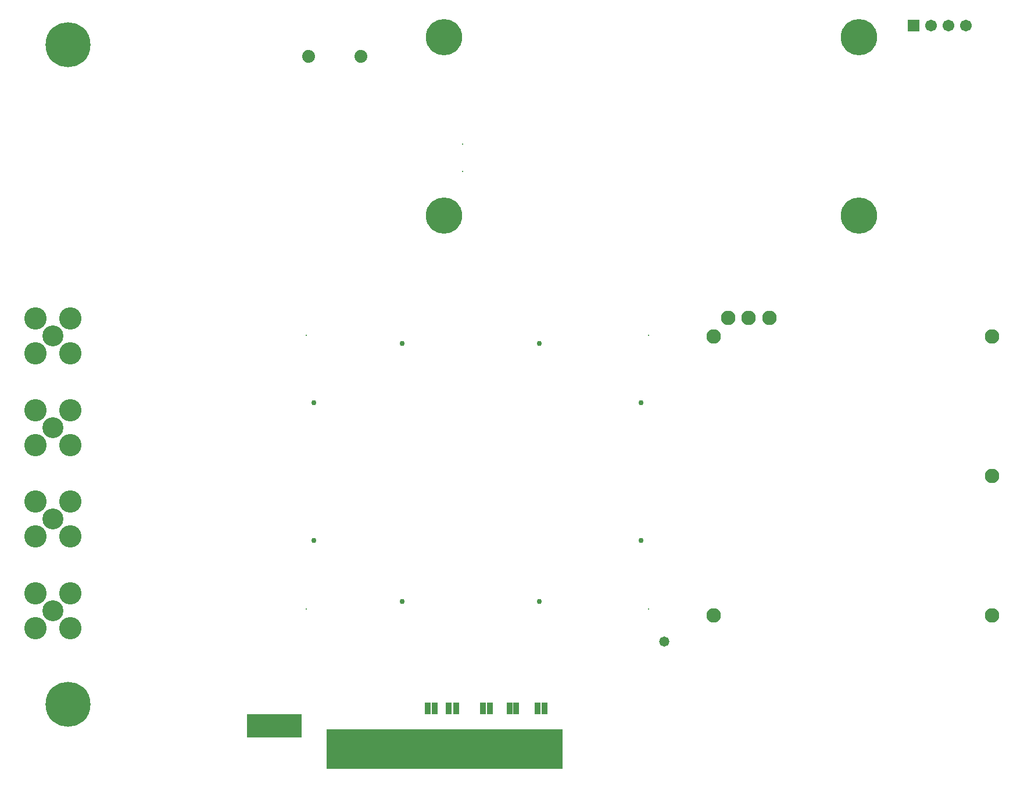
<source format=gbs>
%FSTAX25Y25*%
%MOIN*%
%SFA1B1*%

%IPPOS*%
%ADD63R,0.314960X0.135830*%
%ADD64R,1.354330X0.230320*%
%ADD83R,0.036000X0.173000*%
%ADD84R,0.036000X0.134000*%
%ADD100C,0.073980*%
%ADD101C,0.083000*%
%ADD102R,0.067060X0.067060*%
%ADD103C,0.067060*%
%ADD104C,0.008000*%
%ADD105C,0.029660*%
%ADD106R,0.008000X0.008000*%
%ADD107C,0.128000*%
%ADD108C,0.120000*%
%ADD109C,0.258000*%
%ADD110C,0.208000*%
%ADD111C,0.058000*%
%ADD135R,0.033200X0.034770*%
%LNtimecard-dc-beta-v1-1*%
%LPD*%
G54D63*
X0147047Y0024508D03*
G54D64*
X0244685Y0011122D03*
G54D83*
X0309646Y001378D03*
X0187599D03*
X0183661D03*
X0215158D03*
X0211221D03*
X0270275D03*
X0301771D03*
X0297834D03*
X0286023D03*
X0266338D03*
X0282086D03*
X025059D03*
X0246654D03*
X0238779D03*
X0234842D03*
X0219094D03*
X0195473D03*
X0199409D03*
X0203346D03*
X0207283D03*
X0258465D03*
X0242717D03*
X0230906D03*
X027815D03*
X0293898D03*
X0274213D03*
X0305709D03*
X0289961D03*
X0262402D03*
X0254527D03*
X0191535D03*
G54D84*
X0179725Y001573D03*
G54D100*
X019661Y040861D03*
X016661D03*
G54D101*
X0430778Y0258465D03*
X0418966D03*
X0407156D03*
X0398888Y0087992D03*
Y0247835D03*
X055873D03*
Y0167913D03*
Y0087992D03*
G54D102*
X0513622Y0426181D03*
G54D103*
X0523622Y0426181D03*
X0533622D03*
X0543622D03*
G54D104*
X025503Y034252D03*
Y0358268D03*
G54D105*
X0299014Y024384D03*
X0357136Y0209705D03*
Y0130965D03*
X0220274Y024384D03*
X0169644Y013097D03*
Y020971D03*
X0220275Y0095846D03*
X0299015D03*
G54D106*
X0361755Y0248616D03*
X0165255Y0091615D03*
X0165155Y0248616D03*
X0361755Y0091615D03*
G54D107*
X0009984Y0258106D03*
Y0238106D03*
X0029984D03*
Y0258106D03*
X0009984Y0100606D03*
Y0080606D03*
X0029984D03*
Y0100606D03*
X0009984Y0153106D03*
Y0133106D03*
X0029984D03*
Y0153106D03*
X0009984Y0205606D03*
Y0185606D03*
X0029984D03*
Y0205606D03*
G54D108*
X0019984Y0248106D03*
Y0090606D03*
Y0143106D03*
Y0195606D03*
G54D109*
X0028543Y0415206D03*
Y0036811D03*
G54D110*
X0244124Y0317303D03*
X0482313Y0419665D03*
Y0317303D03*
X0244124Y0419665D03*
G54D111*
X0370669Y0072933D03*
G54D135*
X0301984Y0032913D03*
Y0036299D03*
X0234984D03*
Y0032913D03*
X0238984D03*
Y0036299D03*
X0246884D03*
Y0032913D03*
X0251184D03*
Y0036299D03*
X0266484Y0032913D03*
Y0036299D03*
X0270484Y0032913D03*
Y0036299D03*
X0281984Y0032913D03*
Y0036299D03*
X0285484D03*
Y0032913D03*
X0297984D03*
Y0036299D03*
M02*
</source>
